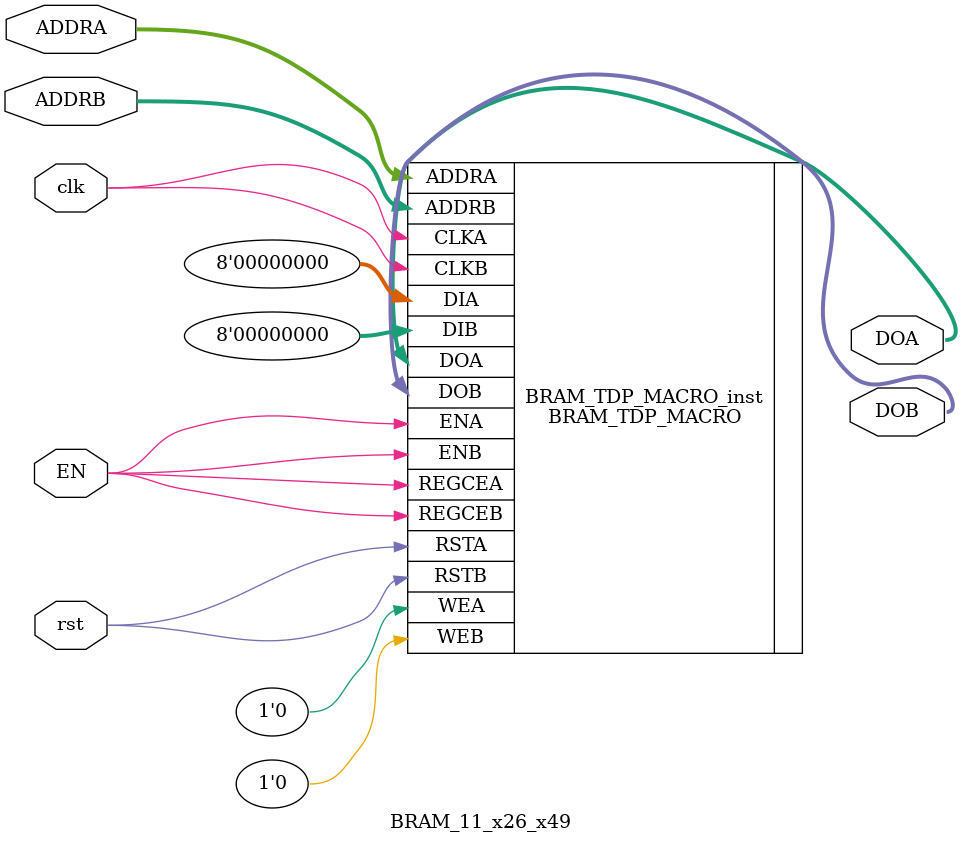
<source format=v>

module BRAM_11_x26_x49(
    input [9:0] ADDRA,
    input [9:0] ADDRB,
    input clk,
    input rst, input EN,
    output [7:0] DOA,
    output [7:0] DOB
    );



// Spartan-6
// Xilinx HDL Libraries Guide, version 14.7
//////////////////////////////////////////////////////////////////////////
// DATA_WIDTH_A/B | BRAM_SIZE | RAM Depth | ADDRA/B Width | WEA/B Width //
// ===============|===========|===========|===============|=============//
// 19-36 | "18Kb" | 512 | 9-bit | 4-bit //
// 10-18 | "18Kb" | 1024 | 10-bit | 2-bit //
// 10-18 | "9Kb" | 512 | 9-bit | 2-bit //
// 5-9 | "18Kb" | 2048 | 11-bit | 1-bit //
// 5-9 | "9Kb" | 1024 | 10-bit | 1-bit //
// 3-4 | "18Kb" | 4096 | 12-bit | 1-bit //
// 3-4 | "9Kb" | 2048 | 11-bit | 1-bit //
// 2 | "18Kb" | 8192 | 13-bit | 1-bit //
// 2 | "9Kb" | 4096 | 12-bit | 1-bit //
// 1 | "18Kb" | 16384 | 14-bit | 1-bit //
// 1 | "9Kb" | 8192 | 12-bit | 1-bit //
//////////////////////////////////////////////////////////////////////////
BRAM_TDP_MACRO #(
	.BRAM_SIZE("9Kb"), // Target BRAM: "9Kb" or "18Kb"
	.DEVICE("SPARTAN6"), // Target device: "VIRTEX5", "VIRTEX6", "SPARTAN6"
	.DOA_REG(1), // Optional port A output register (0 or 1)
	.DOB_REG(1), // Optional port B output register (0 or 1)
	.INIT_A(36'h0123), // Initial values on port A output port
	.INIT_B(36'h3210), // Initial values on port B output port
	.INIT_FILE ("NONE"),
		.READ_WIDTH_A (8), // Valid values are 1-36
	.READ_WIDTH_B (8), // Valid values are 1-36
	.SIM_COLLISION_CHECK ("NONE"), // Collision check enable "ALL", "WARNING_ONLY",
	// "GENERATE_X_ONLY" or "NONE"
	.SRVAL_A(36'h00000000), // Set/Reset value for port A output
	.SRVAL_B(36'h00000000), // Set/Reset value for port B output
	.WRITE_MODE_A("WRITE_FIRST"), // "WRITE_FIRST", "READ_FIRST", or "NO_CHANGE"
	.WRITE_MODE_B("WRITE_FIRST"), // "WRITE_FIRST", "READ_FIRST", or "NO_CHANGE"
	.WRITE_WIDTH_A(8), // Valid values are 1-36
	.WRITE_WIDTH_B(8), // Valid values are 1-36
	
.INIT_00(256'h2C05290029002900000000000000000005050000000000000000000000000000),
.INIT_01(256'hBD70A16C3A13230AFD19E400191900008763826600000000E400E40000000000),
.INIT_02(256'h8F57D800F852AA00A0D27200D2D200007485F100038083007200720000000000),
.INIT_03(256'h1E22506CEB41A00A5DCB9600CBCB0000F6E37366038083009600960000000000),
.INIT_04(256'h78AFD700D700D70054AAFE00FE00FE00AFAF000000000000AAAA000000000000),
.INIT_05(256'h156A136C38A3910A550356001BA9B200D179CE66FCB04C00B21AA800FCB04C00),
.INIT_06(256'h2305DEF8BFEBEDB90C8074F8956B47B99F6EB0410380830099EB334100000000),
.INIT_07(256'h4EC01A945048ABB30D29DCF870C20BB9E1B87E27FF30CF00815B9B41FCB04C00),
.INIT_08(256'hF3DAF6DFF6DFF6DFDFDFDFDFDFDFDFDFDADADFDFDFDFDFDFDFDFDFDFDFDFDFDF),
.INIT_09(256'h62AF7EB3E5CCFCD522C63BDFC6C6DFDF58BC5DB9DFDFDFDF3BDF3BDFDFDFDFDF),
.INIT_0A(256'h508807DF278D75DF7F0DADDF0D0DDFDFAB5A2EDFDC5F5CDFADDFADDFDFDFDFDF),
.INIT_0B(256'hC1FD8FB3349E7FD5821449DF1414DFDF293CACB9DC5F5CDF49DF49DFDFDFDFDF),
.INIT_0C(256'hA77008DF08DF08DF8B7521DF21DF21DF7070DFDFDFDFDFDF7575DFDFDFDFDFDF),
.INIT_0D(256'hCAB5CCB3E77C4ED58ADC89DFC4766DDF0EA611B9236F93DF6DC577DF236F93DF),
.INIT_0E(256'hFCDA012760343266D35FAB274AB4986640B16F9EDC5F5CDF4634EC9EDFDFDFDF),
.INIT_0F(256'h911FC54B8F97746CD2F60327AF1DD4663E67A1F820EF10DF5E84449E236F93DF),
.INIT_10(256'h424A08000800080000000000000000004A4A0000000000000000000000000000),
.INIT_11(256'h0309D0DA636BFAF29B9902009999000060622A28000000000200020000000000),
.INIT_12(256'h47561100B11CAD00209CBC009C9C0000D3CA19002580A500BC00BC0000000000),
.INIT_13(256'h0615C9DADA775FF2BB05BE0005050000F9E233282580A500BE00BE0000000000),
.INIT_14(256'hA8F1590059005900EABB510051005100F1F1000000000000BBBB000000000000),
.INIT_15(256'hC0D5CFDA1B0CE5F258451D00E1FE1F00F2BE642829674E0090DC4C0029674E00),
.INIT_16(256'h5E1EB3F3D824C43839D41EF3F5A46938A3BAD2CB2580A500CC7077CB00000000),
.INIT_17(256'h363A25299A2878CA8B2A52F3455A2738A0F5B6E30CE7EB00E7173BCB29674E00),
.INIT_18(256'h9D95D7DFD7DFD7DFDFDFDFDFDFDFDFDF9595DFDFDFDFDFDFDFDFDFDFDFDFDFDF),
.INIT_19(256'hDCD60F05BCB4252D4446DDDF4646DFDFBFBDF5F7DFDFDFDFDDDFDDDFDFDFDFDF),
.INIT_1A(256'h9889CEDF6EC372DFFF4363DF4343DFDF0C15C6DFFA5F7ADF63DF63DFDFDFDFDF),
.INIT_1B(256'hD9CA160505A8802D64DA61DFDADADFDF263DECF7FA5F7ADF61DF61DFDFDFDFDF),
.INIT_1C(256'h772E86DF86DF86DF35648EDF8EDF8EDF2E2EDFDFDFDFDFDF6464DFDFDFDFDFDF),
.INIT_1D(256'h1F0A1005C4D33A2D879AC2DF3E21C0DF2D61BBF7F6B891DF4F0393DFF6B891DF),
.INIT_1E(256'h81C16C2C07FB1BE7E60BC12C2A7BB6E77C650D14FA5F7ADF13AFA814DFDFDFDF),
.INIT_1F(256'hE9E5FAF645F7A71554F58D2C9A85F8E77F2A693CD33834DF38C8E414F6B891DF),



	
	//===============================================================================
	
	.INIT_20(256'h0000000000000000000000000000000000000000000000000000000000000000),
	.INIT_21(256'h0000000000000000000000000000000000000000000000000000000000000000),
	.INIT_22(256'h0000000000000000000000000000000000000000000000000000000000000000),
	.INIT_23(256'h0000000000000000000000000000000000000000000000000000000000000000),
	.INIT_24(256'h0000000000000000000000000000000000000000000000000000000000000000),
	.INIT_25(256'h0000000000000000000000000000000000000000000000000000000000000000),
	.INIT_26(256'h0000000000000000000000000000000000000000000000000000000000000000),
	.INIT_27(256'h0000000000000000000000000000000000000000000000000000000000000000),
	.INIT_28(256'h0000000000000000000000000000000000000000000000000000000000000000),
	.INIT_29(256'h0000000000000000000000000000000000000000000000000000000000000000),
	.INIT_2A(256'h0000000000000000000000000000000000000000000000000000000000000000),
	.INIT_2B(256'h0000000000000000000000000000000000000000000000000000000000000000),
	.INIT_2C(256'h0000000000000000000000000000000000000000000000000000000000000000),
	.INIT_2D(256'h0000000000000000000000000000000000000000000000000000000000000000),
	.INIT_2E(256'h0000000000000000000000000000000000000000000000000000000000000000),
	.INIT_2F(256'h0000000000000000000000000000000000000000000000000000000000000000),
	.INIT_30(256'h0000000000000000000000000000000000000000000000000000000000000000),
	.INIT_31(256'h0000000000000000000000000000000000000000000000000000000000000000),
	.INIT_32(256'h0000000000000000000000000000000000000000000000000000000000000000),
	.INIT_33(256'h0000000000000000000000000000000000000000000000000000000000000000),
	.INIT_34(256'h0000000000000000000000000000000000000000000000000000000000000000),
	.INIT_35(256'h0000000000000000000000000000000000000000000000000000000000000000),
	.INIT_36(256'h0000000000000000000000000000000000000000000000000000000000000000),
	.INIT_37(256'h0000000000000000000000000000000000000000000000000000000000000000),
	.INIT_38(256'h0000000000000000000000000000000000000000000000000000000000000000),
	.INIT_39(256'h0000000000000000000000000000000000000000000000000000000000000000),
	.INIT_3A(256'h0000000000000000000000000000000000000000000000000000000000000000),
	.INIT_3B(256'h0000000000000000000000000000000000000000000000000000000000000000),
	.INIT_3C(256'h0000000000000000000000000000000000000000000000000000000000000000),
	.INIT_3D(256'h0000000000000000000000000000000000000000000000000000000000000000),
	.INIT_3E(256'h0000000000000000000000000000000000000000000000000000000000000000),
	.INIT_3F(256'h0000000000000000000000000000000000000000000000000000000000000000),


	// The next set of INITP_xx are for the parity bits
	.INITP_00(256'h0000000000000000000000000000000000000000000000000000000000000000),
	.INITP_01(256'h0000000000000000000000000000000000000000000000000000000000000000),
	.INITP_02(256'h0000000000000000000000000000000000000000000000000000000000000000),
	.INITP_03(256'h0000000000000000000000000000000000000000000000000000000000000000),
	// The next set of INITP_xx are for "18Kb" configuration only
	.INITP_04(256'h0000000000000000000000000000000000000000000000000000000000000000),
	.INITP_05(256'h0000000000000000000000000000000000000000000000000000000000000000),
	.INITP_06(256'h0000000000000000000000000000000000000000000000000000000000000000),
	.INITP_07(256'h0000000000000000000000000000000000000000000000000000000000000000)
) BRAM_TDP_MACRO_inst (
	.DOA(DOA), // Output port-A data, width defined by READ_WIDTH_A parameter
	.DOB(DOB), // Output port-B data, width defined by READ_WIDTH_B parameter
	.ADDRA(ADDRA), // Input port-A address, width defined by Port A depth
	.ADDRB(ADDRB), // Input port-B address, width defined by Port B depth
	.CLKA(clk), // 1-bit input port-A clock
	.CLKB(clk), // 1-bit input port-B clock
		.DIA(8'h0), // Input port-A data, width defined by WRITE_WIDTH_A parameter
	.DIB(8'h0), // Input port-B data, width defined by WRITE_WIDTH_B parameter
	.ENA(EN), // 1-bit input port-A enable
	.ENB(EN), // 1-bit input port-B enable
	.REGCEA(EN), // 1-bit input port-A output register enable
	.REGCEB(EN), // 1-bit input port-B output register enable
	.RSTA(rst), // 1-bit input port-A reset
	.RSTB(rst), // 1-bit input port-B reset
	.WEA(1'b0), // Input port-A write enable, width defined by Port A depth
	.WEB(1'b0) // Input port-B write enable, width defined by Port B depth
);
// End of BRAM_TDP_MACRO_inst instantiation
endmodule

</source>
